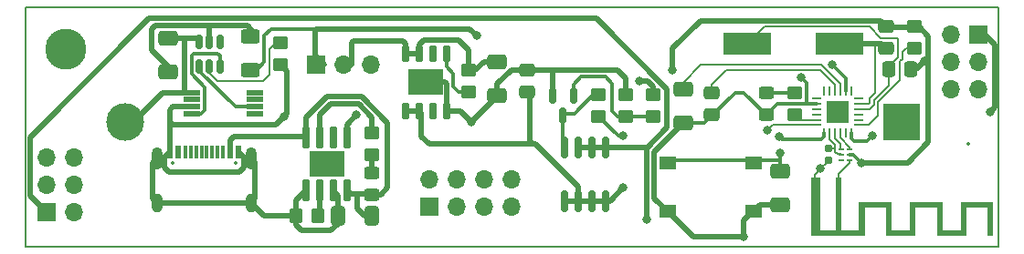
<source format=gbr>
G04 #@! TF.GenerationSoftware,KiCad,Pcbnew,7.0.2-6a45011f42~172~ubuntu22.04.1*
G04 #@! TF.CreationDate,2023-07-06T23:31:07+02:00*
G04 #@! TF.ProjectId,VR-Stick,56522d53-7469-4636-9b2e-6b696361645f,rev?*
G04 #@! TF.SameCoordinates,Original*
G04 #@! TF.FileFunction,Profile,NP*
%FSLAX46Y46*%
G04 Gerber Fmt 4.6, Leading zero omitted, Abs format (unit mm)*
G04 Created by KiCad (PCBNEW 7.0.2-6a45011f42~172~ubuntu22.04.1) date 2023-07-06 23:31:07*
%MOMM*%
%LPD*%
G01*
G04 APERTURE LIST*
G04 Aperture macros list*
%AMRoundRect*
0 Rectangle with rounded corners*
0 $1 Rounding radius*
0 $2 $3 $4 $5 $6 $7 $8 $9 X,Y pos of 4 corners*
0 Add a 4 corners polygon primitive as box body*
4,1,4,$2,$3,$4,$5,$6,$7,$8,$9,$2,$3,0*
0 Add four circle primitives for the rounded corners*
1,1,$1+$1,$2,$3*
1,1,$1+$1,$4,$5*
1,1,$1+$1,$6,$7*
1,1,$1+$1,$8,$9*
0 Add four rect primitives between the rounded corners*
20,1,$1+$1,$2,$3,$4,$5,0*
20,1,$1+$1,$4,$5,$6,$7,0*
20,1,$1+$1,$6,$7,$8,$9,0*
20,1,$1+$1,$8,$9,$2,$3,0*%
G04 Aperture macros list end*
G04 #@! TA.AperFunction,Profile*
%ADD10C,0.200000*%
G04 #@! TD*
G04 #@! TA.AperFunction,SMDPad,CuDef*
%ADD11RoundRect,0.150000X0.150000X-0.650000X0.150000X0.650000X-0.150000X0.650000X-0.150000X-0.650000X0*%
G04 #@! TD*
G04 #@! TA.AperFunction,SMDPad,CuDef*
%ADD12R,3.200000X2.400000*%
G04 #@! TD*
G04 #@! TA.AperFunction,SMDPad,CuDef*
%ADD13RoundRect,0.250000X-0.450000X0.325000X-0.450000X-0.325000X0.450000X-0.325000X0.450000X0.325000X0*%
G04 #@! TD*
G04 #@! TA.AperFunction,SMDPad,CuDef*
%ADD14RoundRect,0.250000X-0.337500X-0.475000X0.337500X-0.475000X0.337500X0.475000X-0.337500X0.475000X0*%
G04 #@! TD*
G04 #@! TA.AperFunction,SMDPad,CuDef*
%ADD15RoundRect,0.250000X-0.475000X0.337500X-0.475000X-0.337500X0.475000X-0.337500X0.475000X0.337500X0*%
G04 #@! TD*
G04 #@! TA.AperFunction,SMDPad,CuDef*
%ADD16RoundRect,0.250000X0.475000X-0.337500X0.475000X0.337500X-0.475000X0.337500X-0.475000X-0.337500X0*%
G04 #@! TD*
G04 #@! TA.AperFunction,SMDPad,CuDef*
%ADD17RoundRect,0.250000X-0.450000X0.350000X-0.450000X-0.350000X0.450000X-0.350000X0.450000X0.350000X0*%
G04 #@! TD*
G04 #@! TA.AperFunction,SMDPad,CuDef*
%ADD18RoundRect,0.062500X-0.162500X-0.062500X0.162500X-0.062500X0.162500X0.062500X-0.162500X0.062500X0*%
G04 #@! TD*
G04 #@! TA.AperFunction,SMDPad,CuDef*
%ADD19RoundRect,0.062500X0.162500X0.062500X-0.162500X0.062500X-0.162500X-0.062500X0.162500X-0.062500X0*%
G04 #@! TD*
G04 #@! TA.AperFunction,SMDPad,CuDef*
%ADD20RoundRect,0.250000X0.450000X-0.350000X0.450000X0.350000X-0.450000X0.350000X-0.450000X-0.350000X0*%
G04 #@! TD*
G04 #@! TA.AperFunction,SMDPad,CuDef*
%ADD21RoundRect,0.020000X-0.760000X-0.180000X0.760000X-0.180000X0.760000X0.180000X-0.760000X0.180000X0*%
G04 #@! TD*
G04 #@! TA.AperFunction,SMDPad,CuDef*
%ADD22RoundRect,0.250000X0.650000X-0.412500X0.650000X0.412500X-0.650000X0.412500X-0.650000X-0.412500X0*%
G04 #@! TD*
G04 #@! TA.AperFunction,SMDPad,CuDef*
%ADD23RoundRect,0.250000X-0.650000X0.412500X-0.650000X-0.412500X0.650000X-0.412500X0.650000X0.412500X0*%
G04 #@! TD*
G04 #@! TA.AperFunction,SMDPad,CuDef*
%ADD24RoundRect,0.042000X0.258000X-0.943000X0.258000X0.943000X-0.258000X0.943000X-0.258000X-0.943000X0*%
G04 #@! TD*
G04 #@! TA.AperFunction,SMDPad,CuDef*
%ADD25R,3.302000X2.413000*%
G04 #@! TD*
G04 #@! TA.AperFunction,SMDPad,CuDef*
%ADD26RoundRect,0.250000X0.350000X0.450000X-0.350000X0.450000X-0.350000X-0.450000X0.350000X-0.450000X0*%
G04 #@! TD*
G04 #@! TA.AperFunction,SMDPad,CuDef*
%ADD27R,4.500000X2.000000*%
G04 #@! TD*
G04 #@! TA.AperFunction,ComponentPad*
%ADD28R,1.700000X1.700000*%
G04 #@! TD*
G04 #@! TA.AperFunction,ComponentPad*
%ADD29O,1.700000X1.700000*%
G04 #@! TD*
G04 #@! TA.AperFunction,SMDPad,CuDef*
%ADD30RoundRect,0.250000X0.625000X-0.400000X0.625000X0.400000X-0.625000X0.400000X-0.625000X-0.400000X0*%
G04 #@! TD*
G04 #@! TA.AperFunction,SMDPad,CuDef*
%ADD31RoundRect,0.250000X0.412500X0.650000X-0.412500X0.650000X-0.412500X-0.650000X0.412500X-0.650000X0*%
G04 #@! TD*
G04 #@! TA.AperFunction,SMDPad,CuDef*
%ADD32RoundRect,0.155000X0.155000X-0.212500X0.155000X0.212500X-0.155000X0.212500X-0.155000X-0.212500X0*%
G04 #@! TD*
G04 #@! TA.AperFunction,SMDPad,CuDef*
%ADD33RoundRect,0.150000X-0.150000X0.825000X-0.150000X-0.825000X0.150000X-0.825000X0.150000X0.825000X0*%
G04 #@! TD*
G04 #@! TA.AperFunction,SMDPad,CuDef*
%ADD34RoundRect,0.062500X-0.062500X0.375000X-0.062500X-0.375000X0.062500X-0.375000X0.062500X0.375000X0*%
G04 #@! TD*
G04 #@! TA.AperFunction,SMDPad,CuDef*
%ADD35RoundRect,0.062500X-0.375000X0.062500X-0.375000X-0.062500X0.375000X-0.062500X0.375000X0.062500X0*%
G04 #@! TD*
G04 #@! TA.AperFunction,SMDPad,CuDef*
%ADD36R,2.150000X2.150000*%
G04 #@! TD*
G04 #@! TA.AperFunction,SMDPad,CuDef*
%ADD37RoundRect,0.150000X-0.150000X0.587500X-0.150000X-0.587500X0.150000X-0.587500X0.150000X0.587500X0*%
G04 #@! TD*
G04 #@! TA.AperFunction,SMDPad,CuDef*
%ADD38RoundRect,0.150000X0.150000X-0.512500X0.150000X0.512500X-0.150000X0.512500X-0.150000X-0.512500X0*%
G04 #@! TD*
G04 #@! TA.AperFunction,SMDPad,CuDef*
%ADD39R,1.550000X1.300000*%
G04 #@! TD*
G04 #@! TA.AperFunction,SMDPad,CuDef*
%ADD40RoundRect,0.250000X0.450000X-0.325000X0.450000X0.325000X-0.450000X0.325000X-0.450000X-0.325000X0*%
G04 #@! TD*
G04 #@! TA.AperFunction,SMDPad,CuDef*
%ADD41R,0.600000X1.150000*%
G04 #@! TD*
G04 #@! TA.AperFunction,SMDPad,CuDef*
%ADD42R,0.300000X1.150000*%
G04 #@! TD*
G04 #@! TA.AperFunction,ComponentPad*
%ADD43O,1.000000X2.100000*%
G04 #@! TD*
G04 #@! TA.AperFunction,ComponentPad*
%ADD44O,1.000000X1.800000*%
G04 #@! TD*
G04 #@! TA.AperFunction,ComponentPad*
%ADD45C,2.600000*%
G04 #@! TD*
G04 #@! TA.AperFunction,ConnectorPad*
%ADD46C,3.800000*%
G04 #@! TD*
G04 #@! TA.AperFunction,ComponentPad*
%ADD47R,3.500000X3.500000*%
G04 #@! TD*
G04 #@! TA.AperFunction,ComponentPad*
%ADD48C,3.500000*%
G04 #@! TD*
G04 #@! TA.AperFunction,ViaPad*
%ADD49C,0.800000*%
G04 #@! TD*
G04 #@! TA.AperFunction,Conductor*
%ADD50C,0.500000*%
G04 #@! TD*
G04 #@! TA.AperFunction,Conductor*
%ADD51C,0.200000*%
G04 #@! TD*
G04 #@! TA.AperFunction,Conductor*
%ADD52C,0.320000*%
G04 #@! TD*
%ADD53C,0.350000*%
%ADD54O,0.600000X1.700000*%
%ADD55O,0.600000X1.400000*%
G04 APERTURE END LIST*
D10*
X109220000Y-40044200D02*
X18999200Y-40044200D01*
X19050000Y-19648000D01*
X19050000Y-17743000D01*
X109220000Y-17743000D01*
X109220000Y-40044200D01*
G04 #@! TA.AperFunction,NonConductor*
G36*
X91810000Y-38527000D02*
G01*
X96790000Y-38527000D01*
X96790000Y-39027000D01*
X91810000Y-39027000D01*
X91810000Y-38527000D01*
G37*
G04 #@! TD.AperFunction*
G04 #@! TA.AperFunction,NonConductor*
G36*
X94112000Y-33617000D02*
G01*
X94612000Y-33617000D01*
X94612000Y-39027000D01*
X94112000Y-39027000D01*
X94112000Y-33617000D01*
G37*
G04 #@! TD.AperFunction*
G04 #@! TA.AperFunction,NonConductor*
G36*
X103470000Y-35857000D02*
G01*
X104000000Y-35857000D01*
X104000000Y-39027000D01*
X103470000Y-39027000D01*
X103470000Y-35857000D01*
G37*
G04 #@! TD.AperFunction*
G04 #@! TA.AperFunction,NonConductor*
G36*
X105680000Y-35857000D02*
G01*
X108710000Y-35857000D01*
X108710000Y-36377000D01*
X105680000Y-36377000D01*
X105680000Y-35857000D01*
G37*
G04 #@! TD.AperFunction*
G04 #@! TA.AperFunction,NonConductor*
G36*
X105680000Y-35857000D02*
G01*
X106210000Y-35857000D01*
X106210000Y-39027000D01*
X105680000Y-39027000D01*
X105680000Y-35857000D01*
G37*
G04 #@! TD.AperFunction*
G04 #@! TA.AperFunction,NonConductor*
G36*
X100970000Y-35857000D02*
G01*
X101500000Y-35857000D01*
X101500000Y-39027000D01*
X100970000Y-39027000D01*
X100970000Y-35857000D01*
G37*
G04 #@! TD.AperFunction*
G04 #@! TA.AperFunction,NonConductor*
G36*
X98760000Y-35857000D02*
G01*
X99290000Y-35857000D01*
X99290000Y-39027000D01*
X98760000Y-39027000D01*
X98760000Y-35857000D01*
G37*
G04 #@! TD.AperFunction*
G04 #@! TA.AperFunction,NonConductor*
G36*
X96260000Y-35857000D02*
G01*
X99290000Y-35857000D01*
X99290000Y-36377000D01*
X96260000Y-36377000D01*
X96260000Y-35857000D01*
G37*
G04 #@! TD.AperFunction*
G04 #@! TA.AperFunction,NonConductor*
G36*
X98760000Y-38497000D02*
G01*
X101500000Y-38497000D01*
X101500000Y-39027000D01*
X98760000Y-39027000D01*
X98760000Y-38497000D01*
G37*
G04 #@! TD.AperFunction*
G04 #@! TA.AperFunction,NonConductor*
G36*
X96260000Y-35857000D02*
G01*
X96790000Y-35857000D01*
X96790000Y-39027000D01*
X96260000Y-39027000D01*
X96260000Y-35857000D01*
G37*
G04 #@! TD.AperFunction*
G04 #@! TA.AperFunction,NonConductor*
G36*
X100970000Y-35857000D02*
G01*
X104000000Y-35857000D01*
X104000000Y-36377000D01*
X100970000Y-36377000D01*
X100970000Y-35857000D01*
G37*
G04 #@! TD.AperFunction*
G04 #@! TA.AperFunction,NonConductor*
G36*
X91810000Y-33617000D02*
G01*
X92710000Y-33617000D01*
X92710000Y-39027000D01*
X91810000Y-39027000D01*
X91810000Y-33617000D01*
G37*
G04 #@! TD.AperFunction*
G04 #@! TA.AperFunction,NonConductor*
G36*
X103470000Y-38497000D02*
G01*
X106210000Y-38497000D01*
X106210000Y-39027000D01*
X103470000Y-39027000D01*
X103470000Y-38497000D01*
G37*
G04 #@! TD.AperFunction*
G04 #@! TA.AperFunction,NonConductor*
G36*
X108180000Y-35857000D02*
G01*
X108710000Y-35857000D01*
X108710000Y-39027000D01*
X108180000Y-39027000D01*
X108180000Y-35857000D01*
G37*
G04 #@! TD.AperFunction*
D11*
X54229000Y-27378000D03*
X55499000Y-27378000D03*
X56769000Y-27378000D03*
X58039000Y-27378000D03*
X58039000Y-22078000D03*
X56769000Y-22078000D03*
X55499000Y-22078000D03*
X54229000Y-22078000D03*
D12*
X56134000Y-24728000D03*
D13*
X51079400Y-33151800D03*
X51079400Y-35201800D03*
D14*
X99013100Y-23559600D03*
X101088100Y-23559600D03*
D15*
X98780600Y-19524900D03*
X98780600Y-21599900D03*
D16*
X82575400Y-27755500D03*
X82575400Y-25680500D03*
D17*
X101422200Y-19562400D03*
X101422200Y-21562400D03*
D18*
X95406000Y-31996000D03*
D19*
X95406000Y-31496000D03*
X95406000Y-30996000D03*
X94586000Y-30996000D03*
X94586000Y-31496000D03*
X94586000Y-31996000D03*
D20*
X72136000Y-27912400D03*
X72136000Y-25912400D03*
D17*
X77216000Y-25924000D03*
X77216000Y-27924000D03*
D21*
X34458000Y-25695000D03*
X34458000Y-26345000D03*
X34458000Y-26995000D03*
X34458000Y-27645000D03*
X40218000Y-27645000D03*
X40218000Y-26995000D03*
X40218000Y-26345000D03*
X40218000Y-25695000D03*
D17*
X74676000Y-25912400D03*
X74676000Y-27912400D03*
D22*
X62738000Y-25946500D03*
X62738000Y-22821500D03*
D20*
X90297000Y-27718000D03*
X90297000Y-25718000D03*
D17*
X60071000Y-23638000D03*
X60071000Y-25638000D03*
D15*
X65532000Y-23600500D03*
X65532000Y-25675500D03*
D23*
X32258000Y-20676300D03*
X32258000Y-23801300D03*
D24*
X45008800Y-34823000D03*
X46278800Y-34823000D03*
X47548800Y-34823000D03*
X48818800Y-34823000D03*
X48818800Y-29873000D03*
X47548800Y-29873000D03*
X46278800Y-29873000D03*
X45008800Y-29873000D03*
D25*
X46913800Y-32348000D03*
D26*
X46085000Y-37174000D03*
X44085000Y-37174000D03*
D27*
X85920000Y-21172000D03*
X94420000Y-21172000D03*
D22*
X79933800Y-28525700D03*
X79933800Y-25400700D03*
D28*
X45974000Y-23114000D03*
D29*
X48514000Y-23114000D03*
X51054000Y-23114000D03*
D20*
X51079400Y-31468400D03*
X51079400Y-29468400D03*
D30*
X39878000Y-23585600D03*
X39878000Y-20485600D03*
D31*
X51092500Y-37174000D03*
X47967500Y-37174000D03*
D32*
X93472000Y-32004000D03*
X93472000Y-30869000D03*
D33*
X72796400Y-30838200D03*
X71526400Y-30838200D03*
X70256400Y-30838200D03*
X68986400Y-30838200D03*
X68986400Y-35788200D03*
X70256400Y-35788200D03*
X71526400Y-35788200D03*
X72796400Y-35788200D03*
D34*
X95509400Y-25533700D03*
X95009400Y-25533700D03*
X94509400Y-25533700D03*
X94009400Y-25533700D03*
X93509400Y-25533700D03*
X93009400Y-25533700D03*
D35*
X92321900Y-26221200D03*
X92321900Y-26721200D03*
X92321900Y-27221200D03*
X92321900Y-27721200D03*
X92321900Y-28221200D03*
X92321900Y-28721200D03*
D34*
X93009400Y-29408700D03*
X93509400Y-29408700D03*
X94009400Y-29408700D03*
X94509400Y-29408700D03*
X95009400Y-29408700D03*
X95509400Y-29408700D03*
D35*
X96196900Y-28721200D03*
X96196900Y-28221200D03*
X96196900Y-27721200D03*
X96196900Y-27221200D03*
X96196900Y-26721200D03*
X96196900Y-26221200D03*
D36*
X94259400Y-27471200D03*
D23*
X88976200Y-32969900D03*
X88976200Y-36094900D03*
D37*
X69784000Y-25998000D03*
X67884000Y-25998000D03*
X68834000Y-27873000D03*
D38*
X35118000Y-23223900D03*
X36068000Y-23223900D03*
X37018000Y-23223900D03*
X37018000Y-20948900D03*
X36068000Y-20948900D03*
X35118000Y-20948900D03*
D28*
X56464200Y-36310400D03*
D29*
X56464200Y-33770400D03*
X59004200Y-36310400D03*
X59004200Y-33770400D03*
X61544200Y-36310400D03*
X61544200Y-33770400D03*
X64084200Y-36310400D03*
X64084200Y-33770400D03*
D39*
X78498800Y-32231600D03*
X86448800Y-32231600D03*
X78498800Y-36731600D03*
X86448800Y-36731600D03*
D17*
X42672000Y-21086400D03*
X42672000Y-23086400D03*
D40*
X87655400Y-27743000D03*
X87655400Y-25693000D03*
D41*
X33160000Y-31208000D03*
D42*
X34310000Y-31208000D03*
X35310000Y-31208000D03*
X35810000Y-31208000D03*
X36810000Y-31208000D03*
D41*
X37960000Y-31208000D03*
X38760000Y-31208000D03*
D42*
X37310000Y-31208000D03*
X36310000Y-31208000D03*
X34810000Y-31208000D03*
X33810000Y-31208000D03*
D41*
X33160000Y-31208000D03*
X32360000Y-31208000D03*
D43*
X31240000Y-31783000D03*
D44*
X31240000Y-35963000D03*
D43*
X39880000Y-31783000D03*
D44*
X39880000Y-35963000D03*
D45*
X22707600Y-21629200D03*
D46*
X22707600Y-21629200D03*
D47*
X100203000Y-28411000D03*
D48*
X28203000Y-28411000D03*
D28*
X107315000Y-20283000D03*
D29*
X104775000Y-20283000D03*
X107315000Y-22823000D03*
X104775000Y-22823000D03*
X107315000Y-25363000D03*
X104775000Y-25363000D03*
D28*
X20955000Y-36793000D03*
D29*
X23495000Y-36793000D03*
X20955000Y-34253000D03*
X23495000Y-34253000D03*
X20955000Y-31713000D03*
X23495000Y-31713000D03*
D49*
X92710000Y-32766000D03*
X85598000Y-39116000D03*
X42945657Y-27959657D03*
X96520000Y-32258000D03*
X102285800Y-22797600D03*
X78994000Y-23622000D03*
X90869500Y-24321500D03*
X60344250Y-28448000D03*
X74422000Y-29718000D03*
X74422000Y-34544000D03*
X93731122Y-23108878D03*
X97536000Y-29718000D03*
X88900000Y-29796800D03*
X88925400Y-31327500D03*
X108432600Y-27471200D03*
X76573800Y-37464700D03*
X49691312Y-27778688D03*
X60814500Y-20428500D03*
X75930000Y-24638000D03*
X87799429Y-29198400D03*
D50*
X78994000Y-21590000D02*
X81587600Y-18996400D01*
D51*
X93472000Y-32004000D02*
X93077975Y-32398025D01*
D50*
X81587600Y-18996400D02*
X98252100Y-18996400D01*
X44085000Y-37174000D02*
X41091000Y-37174000D01*
X59274250Y-27378000D02*
X58039000Y-27378000D01*
X47980600Y-35254800D02*
X47548800Y-34823000D01*
X101523800Y-23559600D02*
X102285800Y-22797600D01*
X42203314Y-28702000D02*
X42945657Y-27959657D01*
X47980600Y-37160900D02*
X47980600Y-35254800D01*
X31845000Y-32624726D02*
X31845000Y-31723000D01*
X77273800Y-35506600D02*
X77273800Y-31185700D01*
D52*
X87655400Y-27743000D02*
X85592900Y-25680500D01*
D50*
X42672000Y-23086400D02*
X43256200Y-23670600D01*
X101387400Y-19597200D02*
X101422200Y-19562400D01*
D52*
X91357000Y-24809000D02*
X91357000Y-26721200D01*
D50*
X43241948Y-27663366D02*
X42945657Y-27959657D01*
D52*
X90956470Y-26721200D02*
X88677200Y-26721200D01*
D50*
X34458000Y-26995000D02*
X32658000Y-26995000D01*
D51*
X92653012Y-32822987D02*
X92258987Y-33217012D01*
D50*
X58039000Y-25540800D02*
X58039000Y-27378000D01*
D51*
X92202000Y-33274000D02*
X92202000Y-38608000D01*
D50*
X44620000Y-38524000D02*
X47328000Y-38524000D01*
X39275000Y-31723000D02*
X39275000Y-32624726D01*
X77273800Y-31185700D02*
X79933800Y-28525700D01*
X102692200Y-22391200D02*
X102692200Y-20460800D01*
X32328274Y-33108000D02*
X31845000Y-32624726D01*
X30810200Y-32212800D02*
X31240000Y-31783000D01*
X32360000Y-28406120D02*
X32655880Y-28702000D01*
X67818000Y-23622000D02*
X65553500Y-23622000D01*
X47967500Y-37174000D02*
X47980600Y-37160900D01*
X67884000Y-25998000D02*
X67884000Y-23688000D01*
D52*
X95758000Y-31496000D02*
X95406000Y-31496000D01*
D50*
X39275000Y-32624726D02*
X38791726Y-33108000D01*
X101088100Y-23559600D02*
X101523800Y-23559600D01*
X58039000Y-24872000D02*
X58039000Y-25540800D01*
X62738000Y-25946500D02*
X62738000Y-24892000D01*
X38791726Y-33108000D02*
X32328274Y-33108000D01*
X39880000Y-35963000D02*
X40259000Y-35584000D01*
X88976200Y-36094900D02*
X87085500Y-36094900D01*
X47328000Y-38524000D02*
X47967500Y-37884500D01*
X101793800Y-19562400D02*
X101422200Y-19562400D01*
X74676000Y-24384000D02*
X73914000Y-23622000D01*
X60344250Y-28448000D02*
X59274250Y-27378000D01*
X87085500Y-36094900D02*
X85598000Y-37582400D01*
X32360000Y-31208000D02*
X32360000Y-30133000D01*
X43241948Y-24031052D02*
X43241948Y-27663366D01*
X32360000Y-27293000D02*
X32360000Y-28406120D01*
X39880000Y-31783000D02*
X39820000Y-31723000D01*
X62738000Y-24892000D02*
X64029500Y-23600500D01*
D51*
X93317500Y-32158500D02*
X92610500Y-32865500D01*
D50*
X57895000Y-24728000D02*
X58039000Y-24872000D01*
D52*
X84772500Y-25680500D02*
X85217000Y-25680500D01*
D50*
X38760000Y-31208000D02*
X39275000Y-31723000D01*
X43256200Y-23670600D02*
X43256200Y-24016800D01*
D52*
X102313000Y-22824800D02*
X102285800Y-22797600D01*
D50*
X85598000Y-39116000D02*
X80883200Y-39116000D01*
D52*
X81915000Y-28538000D02*
X84772500Y-25680500D01*
D50*
X85598000Y-37582400D02*
X85598000Y-39116000D01*
X31845000Y-31723000D02*
X32360000Y-31208000D01*
X98852900Y-19597200D02*
X101387400Y-19597200D01*
X32658000Y-26995000D02*
X32360000Y-27293000D01*
X65553500Y-23622000D02*
X65532000Y-23600500D01*
X78994000Y-23622000D02*
X78994000Y-21590000D01*
X39820000Y-31723000D02*
X39275000Y-31723000D01*
D52*
X90869500Y-24321500D02*
X91357000Y-24809000D01*
X79946100Y-28538000D02*
X81915000Y-28538000D01*
D50*
X44085000Y-37989000D02*
X44620000Y-38524000D01*
X100756000Y-32258000D02*
X96520000Y-32258000D01*
X44085000Y-35746800D02*
X45008800Y-34823000D01*
X62738000Y-26054250D02*
X62738000Y-25946500D01*
X73914000Y-23622000D02*
X67077500Y-23622000D01*
X31240000Y-35963000D02*
X30810200Y-35533200D01*
X98252100Y-18996400D02*
X98780600Y-19524900D01*
X80883200Y-39116000D02*
X78498800Y-36731600D01*
X30810200Y-35533200D02*
X30810200Y-32212800D01*
D52*
X92321900Y-26721200D02*
X90956470Y-26721200D01*
D50*
X78498800Y-36731600D02*
X77273800Y-35506600D01*
X31240000Y-31783000D02*
X31785000Y-31783000D01*
X102692200Y-20460800D02*
X101793800Y-19562400D01*
D52*
X96520000Y-32258000D02*
X95758000Y-31496000D01*
D50*
X41091000Y-37174000D02*
X39880000Y-35963000D01*
X32655880Y-28702000D02*
X42203314Y-28702000D01*
X67884000Y-23688000D02*
X67818000Y-23622000D01*
X47967500Y-37884500D02*
X47967500Y-37174000D01*
X60344250Y-28448000D02*
X62738000Y-26054250D01*
X32360000Y-28406120D02*
X32360000Y-30133000D01*
X44085000Y-37174000D02*
X44085000Y-35746800D01*
X74676000Y-25912400D02*
X74676000Y-24384000D01*
D52*
X88677200Y-26721200D02*
X87655400Y-27743000D01*
D50*
X98780600Y-19524900D02*
X98852900Y-19597200D01*
X64029500Y-23600500D02*
X65532000Y-23600500D01*
X31785000Y-31783000D02*
X31845000Y-31723000D01*
X40259000Y-35584000D02*
X40259000Y-32162000D01*
D52*
X91357000Y-26721200D02*
X90956470Y-26721200D01*
D50*
X40259000Y-32162000D02*
X39880000Y-31783000D01*
D52*
X85592900Y-25680500D02*
X85217000Y-25680500D01*
D50*
X102692200Y-30321800D02*
X100756000Y-32258000D01*
X56134000Y-24728000D02*
X57895000Y-24728000D01*
X31240000Y-35963000D02*
X39880000Y-35963000D01*
X43256200Y-24016800D02*
X43241948Y-24031052D01*
X102692200Y-22391200D02*
X102692200Y-30321800D01*
X44085000Y-37174000D02*
X44085000Y-37989000D01*
X102285800Y-22797600D02*
X102692200Y-22391200D01*
X70256400Y-34442400D02*
X70256400Y-35788200D01*
D52*
X93731122Y-23108878D02*
X95009400Y-24387156D01*
D50*
X68986400Y-35788200D02*
X70726600Y-35788200D01*
D52*
X95009400Y-24387156D02*
X95009400Y-25533700D01*
X97028000Y-30226000D02*
X95763400Y-30226000D01*
D50*
X66289000Y-30475000D02*
X70256400Y-34442400D01*
X55710000Y-29300000D02*
X55710000Y-29786500D01*
X70256400Y-35788200D02*
X68986400Y-35788200D01*
X70740800Y-35802400D02*
X72782200Y-35802400D01*
X55710000Y-27589000D02*
X55499000Y-27378000D01*
X70726600Y-35788200D02*
X70740800Y-35802400D01*
D52*
X97536000Y-29718000D02*
X97028000Y-30226000D01*
X95763400Y-30226000D02*
X95509400Y-29972000D01*
D50*
X55710000Y-29786500D02*
X56398500Y-30475000D01*
D52*
X95509400Y-29972000D02*
X95509400Y-29408700D01*
D50*
X65786000Y-30221000D02*
X65786000Y-25929500D01*
X54229000Y-27378000D02*
X55499000Y-27378000D01*
X56398500Y-30475000D02*
X66040000Y-30475000D01*
X74422000Y-34544000D02*
X73177800Y-35788200D01*
X73177800Y-35788200D02*
X72796400Y-35788200D01*
X66040000Y-30475000D02*
X65786000Y-30221000D01*
X55710000Y-29300000D02*
X55710000Y-27589000D01*
X65786000Y-25929500D02*
X65532000Y-25675500D01*
X66040000Y-30475000D02*
X66289000Y-30475000D01*
D52*
X74422000Y-29718000D02*
X73941600Y-29718000D01*
X73941600Y-29718000D02*
X72136000Y-27912400D01*
D50*
X72782200Y-35802400D02*
X72796400Y-35788200D01*
D51*
X94509400Y-24876400D02*
X94509400Y-25533700D01*
X79933800Y-25400700D02*
X79933800Y-24778800D01*
X79933800Y-24778800D02*
X81598600Y-23114000D01*
X81598600Y-23114000D02*
X92747000Y-23114000D01*
X92747000Y-23114000D02*
X94509400Y-24876400D01*
X94009400Y-24986000D02*
X92645400Y-23622000D01*
X92645400Y-23622000D02*
X83935400Y-23622000D01*
X83935400Y-23622000D02*
X82575400Y-24982000D01*
X94009400Y-25533700D02*
X94009400Y-24986000D01*
X82575400Y-24982000D02*
X82575400Y-25519300D01*
D52*
X93009400Y-29768032D02*
X92729432Y-30048000D01*
X93009400Y-29408700D02*
X93009400Y-29768032D01*
X88925400Y-32258000D02*
X88925400Y-32919100D01*
X86448800Y-32231600D02*
X86448800Y-32092800D01*
X78498800Y-32231600D02*
X78726400Y-32004000D01*
X78726400Y-32004000D02*
X86360000Y-32004000D01*
X89151200Y-30048000D02*
X88900000Y-29796800D01*
X86448800Y-32092800D02*
X86360000Y-32004000D01*
X92729432Y-30048000D02*
X89151200Y-30048000D01*
X88925400Y-31327500D02*
X88925400Y-32258000D01*
X86360000Y-32004000D02*
X88925400Y-32004000D01*
D51*
X94061000Y-30561000D02*
X93980000Y-30480000D01*
X93472000Y-30869000D02*
X93942000Y-30869000D01*
X94586000Y-31496000D02*
X94511000Y-31421000D01*
X94061000Y-30988000D02*
X94061000Y-30561000D01*
X94061000Y-31208652D02*
X94061000Y-30988000D01*
X93980000Y-30474024D02*
X93509400Y-30003424D01*
X94511000Y-31421000D02*
X94273348Y-31421000D01*
X93980000Y-30480000D02*
X93980000Y-30474024D01*
X94273348Y-31421000D02*
X94061000Y-31208652D01*
X93509400Y-29408700D02*
X93509400Y-30003424D01*
X93942000Y-30869000D02*
X94061000Y-30988000D01*
D50*
X33782000Y-20676300D02*
X34845400Y-20676300D01*
X33376300Y-20676300D02*
X33782000Y-20676300D01*
X28203000Y-28411000D02*
X28993000Y-28411000D01*
X34845400Y-20676300D02*
X35118000Y-20948900D01*
X33782000Y-25378600D02*
X33782000Y-20676300D01*
X28993000Y-28411000D02*
X31709000Y-25695000D01*
X31709000Y-25695000D02*
X34458000Y-25695000D01*
X33376300Y-20676300D02*
X32258000Y-20676300D01*
X36068000Y-19498000D02*
X37261800Y-19498000D01*
X40208200Y-20105200D02*
X40208200Y-20485600D01*
X30734000Y-19812000D02*
X31048000Y-19498000D01*
X31048000Y-19498000D02*
X36068000Y-19498000D01*
X30734000Y-21756200D02*
X30734000Y-19812000D01*
X37261800Y-19498000D02*
X39601000Y-19498000D01*
X36068000Y-19498000D02*
X36068000Y-20948900D01*
X32258000Y-23280200D02*
X30734000Y-21756200D01*
X32258000Y-23801300D02*
X32258000Y-23280200D01*
X39601000Y-19498000D02*
X40208200Y-20105200D01*
X55917000Y-20828000D02*
X59182000Y-20828000D01*
X54229000Y-21172000D02*
X54229000Y-22078000D01*
X60690000Y-23638000D02*
X61506500Y-22821500D01*
X49276000Y-23114000D02*
X49276000Y-21045000D01*
X54229000Y-22078000D02*
X55499000Y-22078000D01*
X60071000Y-23638000D02*
X60690000Y-23638000D01*
X55499000Y-22078000D02*
X55499000Y-21246000D01*
X53975000Y-20918000D02*
X54229000Y-21172000D01*
X49403000Y-20918000D02*
X53975000Y-20918000D01*
X49276000Y-21045000D02*
X49403000Y-20918000D01*
X59182000Y-20828000D02*
X60071000Y-21717000D01*
X55499000Y-21246000D02*
X55917000Y-20828000D01*
X61506500Y-22821500D02*
X62738000Y-22821500D01*
X60071000Y-21717000D02*
X60071000Y-23638000D01*
D52*
X87655400Y-25693000D02*
X90272000Y-25693000D01*
X90272000Y-25693000D02*
X90297000Y-25718000D01*
D50*
X51079400Y-33151800D02*
X51079400Y-31468400D01*
D52*
X40218000Y-26995000D02*
X38455351Y-26995000D01*
X38455351Y-26995000D02*
X35118000Y-23657649D01*
X35118000Y-23657649D02*
X35118000Y-23223900D01*
D51*
X36068000Y-23223900D02*
X36068000Y-23876000D01*
X36068000Y-23876000D02*
X36830000Y-24638000D01*
X41608000Y-21651800D02*
X42173400Y-21086400D01*
X42173400Y-21086400D02*
X42672000Y-21086400D01*
X36830000Y-24638000D02*
X41009400Y-24638000D01*
X41009400Y-24638000D02*
X41608000Y-24039400D01*
X41608000Y-24039400D02*
X41608000Y-21651800D01*
D52*
X34392000Y-23978000D02*
X34392000Y-22281076D01*
X34392000Y-22281076D02*
X34575076Y-22098000D01*
X35285401Y-27645000D02*
X35598000Y-27332401D01*
X37018000Y-22286000D02*
X37018000Y-23223900D01*
X35598000Y-25184000D02*
X34392000Y-23978000D01*
X34575076Y-22098000D02*
X36830000Y-22098000D01*
X36830000Y-22098000D02*
X37018000Y-22286000D01*
X34458000Y-27645000D02*
X35285401Y-27645000D01*
X35598000Y-27332401D02*
X35598000Y-25184000D01*
D50*
X76543800Y-30838200D02*
X76573800Y-30868200D01*
X71884000Y-18798000D02*
X78486000Y-25400000D01*
X78486000Y-25400000D02*
X78486000Y-28956000D01*
X20955000Y-36793000D02*
X19431000Y-35269000D01*
X30478000Y-18798000D02*
X71884000Y-18798000D01*
X107340400Y-20308400D02*
X107315000Y-20283000D01*
X19431000Y-29845000D02*
X30478000Y-18798000D01*
X70256400Y-30838200D02*
X72796400Y-30838200D01*
X19431000Y-35269000D02*
X19431000Y-29845000D01*
X72796400Y-30838200D02*
X76543800Y-30838200D01*
X108432600Y-27471200D02*
X108839000Y-27064800D01*
X76573800Y-30868200D02*
X76573800Y-31992400D01*
X107924600Y-20308400D02*
X107340400Y-20308400D01*
X108839000Y-21222800D02*
X107924600Y-20308400D01*
X78486000Y-28956000D02*
X76573800Y-30868200D01*
X108839000Y-27064800D02*
X108839000Y-21222800D01*
X76573800Y-30868200D02*
X76573800Y-37464700D01*
D52*
X45974000Y-19812000D02*
X41746000Y-19812000D01*
D50*
X45847000Y-19939000D02*
X45974000Y-19812000D01*
D52*
X41148000Y-22860000D02*
X40422400Y-23585600D01*
D50*
X60814500Y-20428500D02*
X60198000Y-19812000D01*
X49691312Y-27778688D02*
X48818800Y-28651200D01*
D52*
X41746000Y-19812000D02*
X41148000Y-20410000D01*
D50*
X48818800Y-28651200D02*
X48818800Y-29873000D01*
D52*
X40422400Y-23585600D02*
X40208200Y-23585600D01*
D50*
X60198000Y-19812000D02*
X45974000Y-19812000D01*
X45847000Y-22225000D02*
X45847000Y-19939000D01*
D52*
X41148000Y-20410000D02*
X41148000Y-22860000D01*
D50*
X46736000Y-23114000D02*
X45847000Y-22225000D01*
D51*
X94509400Y-29872052D02*
X95406000Y-30768652D01*
X95406000Y-30768652D02*
X95406000Y-30996000D01*
X94509400Y-29408700D02*
X94509400Y-29872052D01*
X94519831Y-30929831D02*
X94586000Y-30996000D01*
X94519831Y-30448169D02*
X94519831Y-30929831D01*
X94009400Y-29937738D02*
X94009400Y-29408700D01*
X94519831Y-30448169D02*
X94009400Y-29937738D01*
D52*
X69784000Y-24958000D02*
X70510000Y-24232000D01*
X73406000Y-27432000D02*
X73886400Y-27912400D01*
X70510000Y-24232000D02*
X72746000Y-24232000D01*
X77204400Y-27912400D02*
X77216000Y-27924000D01*
X74676000Y-27912400D02*
X77204400Y-27912400D01*
X69784000Y-25998000D02*
X69784000Y-24958000D01*
X73886400Y-27912400D02*
X74676000Y-27912400D01*
X72746000Y-24232000D02*
X73406000Y-24892000D01*
X73406000Y-24892000D02*
X73406000Y-27432000D01*
X68834000Y-30685800D02*
X68834000Y-27649000D01*
X69887000Y-27649000D02*
X68834000Y-27649000D01*
X68834000Y-27649000D02*
X68834000Y-27873000D01*
X72136000Y-25912400D02*
X71623600Y-25912400D01*
X68986400Y-30838200D02*
X68834000Y-30685800D01*
X71623600Y-25912400D02*
X69887000Y-27649000D01*
D51*
X90859800Y-28221200D02*
X92321900Y-28221200D01*
X90347800Y-27709200D02*
X90859800Y-28221200D01*
X88295829Y-28702000D02*
X92302700Y-28702000D01*
D50*
X76708000Y-24638000D02*
X77216000Y-25146000D01*
X77216000Y-25146000D02*
X77216000Y-25924000D01*
X75930000Y-24638000D02*
X76708000Y-24638000D01*
D51*
X92302700Y-28702000D02*
X92321900Y-28721200D01*
X87799429Y-29198400D02*
X88295829Y-28702000D01*
D52*
X59166000Y-25638000D02*
X60071000Y-25638000D01*
X58039000Y-23241000D02*
X58039000Y-23114000D01*
X58649000Y-25121000D02*
X59166000Y-25638000D01*
X58039000Y-23304500D02*
X58649000Y-23914500D01*
X58039000Y-23114000D02*
X58039000Y-23304500D01*
X58649000Y-23914500D02*
X58649000Y-25121000D01*
X58039000Y-23114000D02*
X58039000Y-22078000D01*
D50*
X46304200Y-34848400D02*
X46278800Y-34823000D01*
X46085000Y-37174000D02*
X46304200Y-36954800D01*
X46304200Y-36954800D02*
X46304200Y-34848400D01*
X51079400Y-29468400D02*
X51079400Y-27965400D01*
X51079400Y-27965400D02*
X49887600Y-26773600D01*
X49887600Y-26773600D02*
X47272918Y-26773600D01*
X47272918Y-26773600D02*
X46278800Y-27767718D01*
X46278800Y-27767718D02*
X46278800Y-29873000D01*
D51*
X94283000Y-38813000D02*
X94234000Y-38862000D01*
X92202000Y-38862000D02*
X93218000Y-38862000D01*
X94283000Y-33733000D02*
X94283000Y-38813000D01*
X95406000Y-32258000D02*
X95406000Y-31996000D01*
X93218000Y-38862000D02*
X94234000Y-38862000D01*
X95406000Y-32258000D02*
X94390000Y-33274000D01*
X94362000Y-33916500D02*
X94362000Y-33317500D01*
D50*
X44943800Y-29808000D02*
X45008800Y-29873000D01*
X52578000Y-28474050D02*
X52578000Y-34557800D01*
X51028600Y-35151000D02*
X51079400Y-35201800D01*
X52578000Y-34557800D02*
X51934000Y-35201800D01*
X38285000Y-29808000D02*
X42545000Y-29808000D01*
X50177550Y-26073600D02*
X52578000Y-28474050D01*
X50419000Y-37174000D02*
X49758600Y-36513600D01*
X49758600Y-35142000D02*
X51019600Y-35142000D01*
X42545000Y-29808000D02*
X44943800Y-29808000D01*
X48818800Y-34823000D02*
X49137800Y-35142000D01*
X37960000Y-31208000D02*
X37960000Y-30133000D01*
X46982968Y-26073600D02*
X50177550Y-26073600D01*
X51934000Y-35201800D02*
X51079400Y-35201800D01*
X51019600Y-35142000D02*
X51079400Y-35201800D01*
X49137800Y-35142000D02*
X49758600Y-35142000D01*
X49758600Y-36513600D02*
X49758600Y-35142000D01*
X51092500Y-37174000D02*
X50419000Y-37174000D01*
X37960000Y-30133000D02*
X38285000Y-29808000D01*
X45008800Y-28047768D02*
X46982968Y-26073600D01*
X45008800Y-29873000D02*
X45008800Y-28047768D01*
D51*
X98983800Y-23254800D02*
X99853800Y-22384800D01*
X96196900Y-27221200D02*
X97238800Y-27221200D01*
X97644000Y-26406001D02*
X98983800Y-25066200D01*
X87545600Y-19546400D02*
X85920000Y-21172000D01*
X98272600Y-20613200D02*
X97205800Y-19546400D01*
X98983800Y-25066200D02*
X98983800Y-23254800D01*
X99745800Y-20613200D02*
X98272600Y-20613200D01*
X99853800Y-22384800D02*
X99853800Y-20721200D01*
X97238800Y-27221200D02*
X97644000Y-26816000D01*
X97205800Y-19546400D02*
X87545600Y-19546400D01*
X97644000Y-26816000D02*
X97644000Y-26406001D01*
X99853800Y-20721200D02*
X99745800Y-20613200D01*
D50*
X98780600Y-21599900D02*
X98352700Y-21172000D01*
D51*
X97790000Y-21299000D02*
X97917000Y-21172000D01*
D50*
X98352700Y-21172000D02*
X94420000Y-21172000D01*
D51*
X97244000Y-26650314D02*
X97244000Y-26240315D01*
X97790000Y-25694315D02*
X97790000Y-21299000D01*
X96196900Y-26721200D02*
X97173114Y-26721200D01*
X97173114Y-26721200D02*
X97244000Y-26650314D01*
X97244000Y-26240315D02*
X97790000Y-25694315D01*
X97175000Y-28721200D02*
X96196900Y-28721200D01*
X98044000Y-27852200D02*
X97175000Y-28721200D01*
X100625400Y-21562400D02*
X100253800Y-21934000D01*
X101422200Y-21562400D02*
X100625400Y-21562400D01*
X100050600Y-24565086D02*
X98044000Y-26571686D01*
X98044000Y-26571686D02*
X98044000Y-27852200D01*
X100050600Y-22753685D02*
X100050600Y-24565086D01*
X100253800Y-22550485D02*
X100050600Y-22753685D01*
X100253800Y-21934000D02*
X100253800Y-22550485D01*
D53*
X92710000Y-32766000D03*
X85598000Y-39116000D03*
X42945657Y-27959657D03*
X96520000Y-32258000D03*
X102285800Y-22797600D03*
X78994000Y-23622000D03*
X90869500Y-24321500D03*
X60344250Y-28448000D03*
X74422000Y-29718000D03*
X74422000Y-34544000D03*
X93731122Y-23108878D03*
X97536000Y-29718000D03*
X88900000Y-29796800D03*
X88925400Y-31327500D03*
X108432600Y-27471200D03*
X76573800Y-37464700D03*
X49691312Y-27778688D03*
X60814500Y-20428500D03*
X75930000Y-24638000D03*
X87799429Y-29198400D03*
X45974000Y-23114000D03*
X48514000Y-23114000D03*
X51054000Y-23114000D03*
X106400600Y-30468400D03*
X56464200Y-36310400D03*
X56464200Y-33770400D03*
X59004200Y-36310400D03*
X59004200Y-33770400D03*
X61544200Y-36310400D03*
X61544200Y-33770400D03*
X64084200Y-36310400D03*
X64084200Y-33770400D03*
X32670000Y-32283000D03*
X38450000Y-32283000D03*
D54*
X31240000Y-31783000D03*
D55*
X31240000Y-35963000D03*
D54*
X39880000Y-31783000D03*
D55*
X39880000Y-35963000D03*
D53*
X22707600Y-21629200D03*
X100203000Y-28411000D03*
X28203000Y-28411000D03*
X107315000Y-20283000D03*
X104775000Y-20283000D03*
X107315000Y-22823000D03*
X104775000Y-22823000D03*
X107315000Y-25363000D03*
X104775000Y-25363000D03*
X20955000Y-36793000D03*
X23495000Y-36793000D03*
X20955000Y-34253000D03*
X23495000Y-34253000D03*
X20955000Y-31713000D03*
X23495000Y-31713000D03*
M02*

</source>
